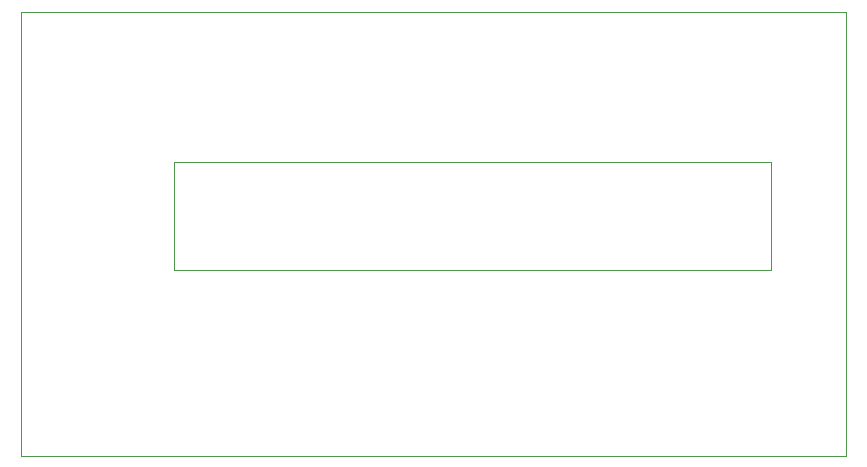
<source format=gbr>
%TF.GenerationSoftware,KiCad,Pcbnew,(5.1.10)-1*%
%TF.CreationDate,2021-07-16T07:11:49+08:00*%
%TF.ProjectId,2.5_SAS_Backend,322e355f-5341-4535-9f42-61636b656e64,rev?*%
%TF.SameCoordinates,Original*%
%TF.FileFunction,Profile,NP*%
%FSLAX46Y46*%
G04 Gerber Fmt 4.6, Leading zero omitted, Abs format (unit mm)*
G04 Created by KiCad (PCBNEW (5.1.10)-1) date 2021-07-16 07:11:49*
%MOMM*%
%LPD*%
G01*
G04 APERTURE LIST*
%TA.AperFunction,Profile*%
%ADD10C,0.050000*%
%TD*%
G04 APERTURE END LIST*
D10*
X44704000Y-42418000D02*
X44704000Y-42418000D01*
X95250000Y-42418000D02*
X44704000Y-42418000D01*
X95250000Y-51562000D02*
X95250000Y-42418000D01*
X44704000Y-51562000D02*
X95250000Y-51562000D01*
X44704000Y-42418000D02*
X44704000Y-51562000D01*
X31750000Y-67310000D02*
X101600000Y-67310000D01*
X101600000Y-29718000D02*
X31750000Y-29718000D01*
X101600000Y-67310000D02*
X101600000Y-29718000D01*
X31750000Y-29718000D02*
X31750000Y-67310000D01*
M02*

</source>
